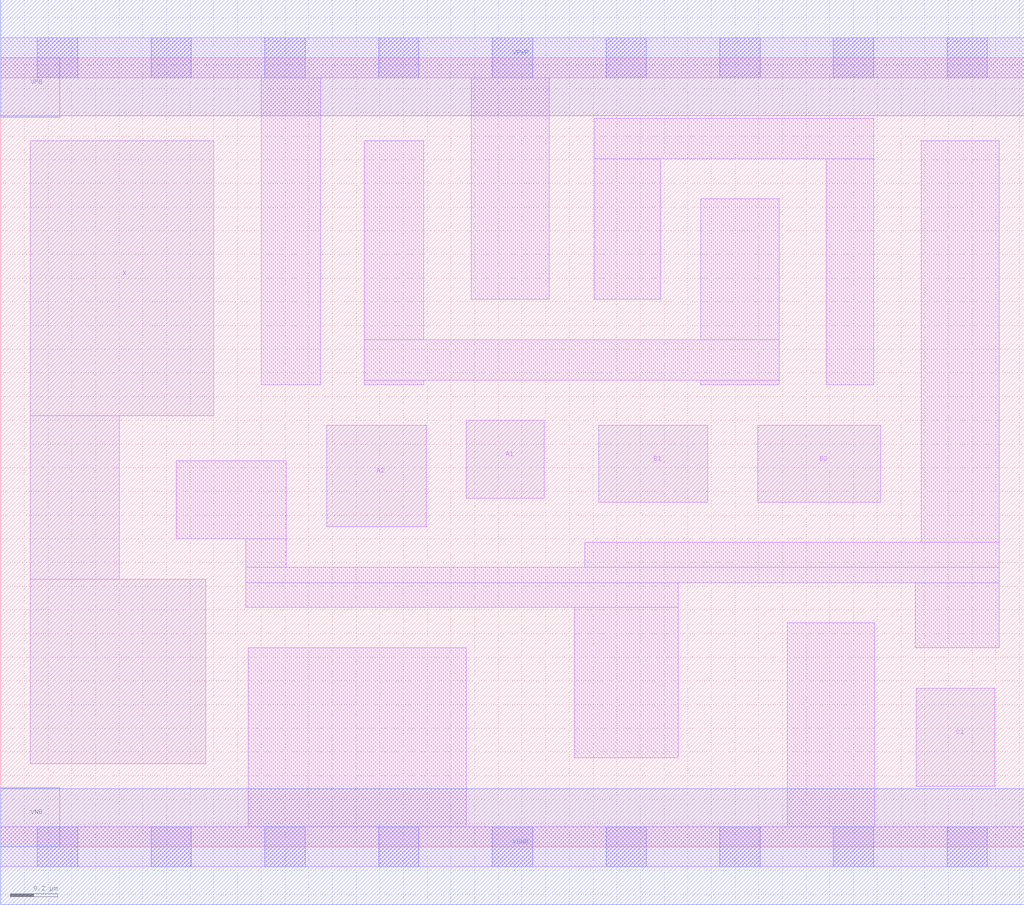
<source format=lef>
# Copyright 2020 The SkyWater PDK Authors
#
# Licensed under the Apache License, Version 2.0 (the "License");
# you may not use this file except in compliance with the License.
# You may obtain a copy of the License at
#
#     https://www.apache.org/licenses/LICENSE-2.0
#
# Unless required by applicable law or agreed to in writing, software
# distributed under the License is distributed on an "AS IS" BASIS,
# WITHOUT WARRANTIES OR CONDITIONS OF ANY KIND, either express or implied.
# See the License for the specific language governing permissions and
# limitations under the License.
#
# SPDX-License-Identifier: Apache-2.0

VERSION 5.5 ;
NAMESCASESENSITIVE ON ;
BUSBITCHARS "[]" ;
DIVIDERCHAR "/" ;
MACRO sky130_fd_sc_ms__a221o_1
  CLASS CORE ;
  SOURCE USER ;
  ORIGIN  0.000000  0.000000 ;
  SIZE  4.320000 BY  3.330000 ;
  SYMMETRY X Y ;
  SITE unit ;
  PIN A1
    ANTENNAGATEAREA  0.246000 ;
    DIRECTION INPUT ;
    USE SIGNAL ;
    PORT
      LAYER li1 ;
        RECT 1.965000 1.470000 2.295000 1.800000 ;
    END
  END A1
  PIN A2
    ANTENNAGATEAREA  0.246000 ;
    DIRECTION INPUT ;
    USE SIGNAL ;
    PORT
      LAYER li1 ;
        RECT 1.375000 1.350000 1.795000 1.780000 ;
    END
  END A2
  PIN B1
    ANTENNAGATEAREA  0.246000 ;
    DIRECTION INPUT ;
    USE SIGNAL ;
    PORT
      LAYER li1 ;
        RECT 2.525000 1.455000 2.985000 1.780000 ;
    END
  END B1
  PIN B2
    ANTENNAGATEAREA  0.246000 ;
    DIRECTION INPUT ;
    USE SIGNAL ;
    PORT
      LAYER li1 ;
        RECT 3.195000 1.455000 3.715000 1.780000 ;
    END
  END B2
  PIN C1
    ANTENNAGATEAREA  0.246000 ;
    DIRECTION INPUT ;
    USE SIGNAL ;
    PORT
      LAYER li1 ;
        RECT 3.865000 0.255000 4.195000 0.670000 ;
    END
  END C1
  PIN X
    ANTENNADIFFAREA  0.504100 ;
    DIRECTION OUTPUT ;
    USE SIGNAL ;
    PORT
      LAYER li1 ;
        RECT 0.125000 0.350000 0.865000 1.130000 ;
        RECT 0.125000 1.130000 0.500000 1.820000 ;
        RECT 0.125000 1.820000 0.900000 2.980000 ;
    END
  END X
  PIN VGND
    DIRECTION INOUT ;
    USE GROUND ;
    PORT
      LAYER met1 ;
        RECT 0.000000 -0.245000 4.320000 0.245000 ;
    END
  END VGND
  PIN VNB
    DIRECTION INOUT ;
    USE GROUND ;
    PORT
      LAYER met1 ;
        RECT 0.000000 0.000000 0.250000 0.250000 ;
    END
  END VNB
  PIN VPB
    DIRECTION INOUT ;
    USE POWER ;
    PORT
      LAYER met1 ;
        RECT 0.000000 3.080000 0.250000 3.330000 ;
    END
  END VPB
  PIN VPWR
    DIRECTION INOUT ;
    USE POWER ;
    PORT
      LAYER met1 ;
        RECT 0.000000 3.085000 4.320000 3.575000 ;
    END
  END VPWR
  OBS
    LAYER li1 ;
      RECT 0.000000 -0.085000 4.320000 0.085000 ;
      RECT 0.000000  3.245000 4.320000 3.415000 ;
      RECT 0.740000  1.300000 1.205000 1.630000 ;
      RECT 1.035000  1.010000 2.860000 1.115000 ;
      RECT 1.035000  1.115000 4.215000 1.180000 ;
      RECT 1.035000  1.180000 1.205000 1.300000 ;
      RECT 1.045000  0.085000 1.965000 0.840000 ;
      RECT 1.100000  1.950000 1.350000 3.245000 ;
      RECT 1.535000  1.950000 1.785000 1.970000 ;
      RECT 1.535000  1.970000 3.285000 2.140000 ;
      RECT 1.535000  2.140000 1.785000 2.980000 ;
      RECT 1.985000  2.310000 2.315000 3.245000 ;
      RECT 2.420000  0.375000 2.860000 1.010000 ;
      RECT 2.465000  1.180000 4.215000 1.285000 ;
      RECT 2.505000  2.310000 2.785000 2.905000 ;
      RECT 2.505000  2.905000 3.685000 3.075000 ;
      RECT 2.955000  1.950000 3.285000 1.970000 ;
      RECT 2.955000  2.140000 3.285000 2.735000 ;
      RECT 3.320000  0.085000 3.690000 0.945000 ;
      RECT 3.485000  1.950000 3.685000 2.905000 ;
      RECT 3.860000  0.840000 4.215000 1.115000 ;
      RECT 3.885000  1.285000 4.215000 2.980000 ;
    LAYER mcon ;
      RECT 0.155000 -0.085000 0.325000 0.085000 ;
      RECT 0.155000  3.245000 0.325000 3.415000 ;
      RECT 0.635000 -0.085000 0.805000 0.085000 ;
      RECT 0.635000  3.245000 0.805000 3.415000 ;
      RECT 1.115000 -0.085000 1.285000 0.085000 ;
      RECT 1.115000  3.245000 1.285000 3.415000 ;
      RECT 1.595000 -0.085000 1.765000 0.085000 ;
      RECT 1.595000  3.245000 1.765000 3.415000 ;
      RECT 2.075000 -0.085000 2.245000 0.085000 ;
      RECT 2.075000  3.245000 2.245000 3.415000 ;
      RECT 2.555000 -0.085000 2.725000 0.085000 ;
      RECT 2.555000  3.245000 2.725000 3.415000 ;
      RECT 3.035000 -0.085000 3.205000 0.085000 ;
      RECT 3.035000  3.245000 3.205000 3.415000 ;
      RECT 3.515000 -0.085000 3.685000 0.085000 ;
      RECT 3.515000  3.245000 3.685000 3.415000 ;
      RECT 3.995000 -0.085000 4.165000 0.085000 ;
      RECT 3.995000  3.245000 4.165000 3.415000 ;
  END
END sky130_fd_sc_ms__a221o_1
END LIBRARY

</source>
